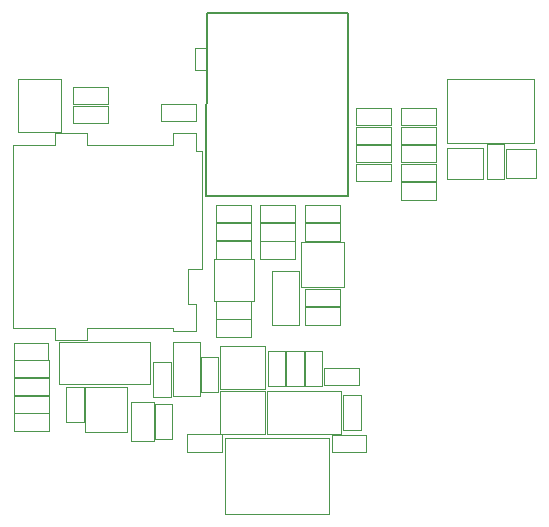
<source format=gbr>
%TF.GenerationSoftware,KiCad,Pcbnew,5.1.5+dfsg1-2~bpo10+1*%
%TF.CreationDate,Date%
%TF.ProjectId,osw,6f73772e-6b69-4636-9164-5f7063625858,1.0*%
%TF.SameCoordinates,Original*%
%TF.FileFunction,Other,User*%
%FSLAX46Y46*%
G04 Gerber Fmt 4.6, Leading zero omitted, Abs format (unit mm)*
G04 Created by KiCad*
%MOMM*%
%LPD*%
G04 APERTURE LIST*
%ADD10C,0.050000*%
%ADD11C,0.150000*%
G04 APERTURE END LIST*
D10*
%TO.C,R3*%
X161563500Y-106584500D02*
X158603500Y-106584500D01*
X161563500Y-105124500D02*
X161563500Y-106584500D01*
X158603500Y-105124500D02*
X161563500Y-105124500D01*
X158603500Y-106584500D02*
X158603500Y-105124500D01*
%TO.C,J1*%
X138090500Y-98933000D02*
X141690500Y-98933000D01*
X138090500Y-94488000D02*
X138090500Y-98933000D01*
X141690500Y-94488000D02*
X138090500Y-94488000D01*
X141690500Y-98933000D02*
X141690500Y-94488000D01*
D11*
%TO.C,U8*%
X154056400Y-88884000D02*
X165994400Y-88884000D01*
X154005600Y-104378000D02*
X165994400Y-104378000D01*
X154005600Y-104378000D02*
X154056400Y-88884000D01*
X165994400Y-104378000D02*
X165994400Y-88884000D01*
D10*
%TO.C,R18*%
X173488800Y-98482400D02*
X173488800Y-99942400D01*
X173488800Y-99942400D02*
X170528800Y-99942400D01*
X170528800Y-99942400D02*
X170528800Y-98482400D01*
X170528800Y-98482400D02*
X173488800Y-98482400D01*
%TO.C,C11*%
X173488800Y-96907600D02*
X173488800Y-98367600D01*
X173488800Y-98367600D02*
X170528800Y-98367600D01*
X170528800Y-98367600D02*
X170528800Y-96907600D01*
X170528800Y-96907600D02*
X173488800Y-96907600D01*
%TO.C,C21*%
X166744100Y-98367600D02*
X166744100Y-96907600D01*
X166744100Y-96907600D02*
X169704100Y-96907600D01*
X169704100Y-96907600D02*
X169704100Y-98367600D01*
X169704100Y-98367600D02*
X166744100Y-98367600D01*
%TO.C,C22*%
X154895100Y-108121200D02*
X154895100Y-106661200D01*
X154895100Y-106661200D02*
X157855100Y-106661200D01*
X157855100Y-106661200D02*
X157855100Y-108121200D01*
X157855100Y-108121200D02*
X154895100Y-108121200D01*
%TO.C,C20*%
X166744100Y-99942400D02*
X166744100Y-98482400D01*
X166744100Y-98482400D02*
X169704100Y-98482400D01*
X169704100Y-98482400D02*
X169704100Y-99942400D01*
X169704100Y-99942400D02*
X166744100Y-99942400D01*
%TO.C,XS1*%
X137700000Y-100050000D02*
X137700000Y-115550000D01*
X137700000Y-100050000D02*
X141200000Y-100050000D01*
X141200000Y-100050000D02*
X141200000Y-99050000D01*
X141200000Y-99050000D02*
X143950000Y-99050000D01*
X143950000Y-99050000D02*
X143950000Y-100050000D01*
X143950000Y-100050000D02*
X151200000Y-100050000D01*
X151200000Y-100050000D02*
X151200000Y-99050000D01*
X151200000Y-99050000D02*
X153200000Y-99050000D01*
X153200000Y-99050000D02*
X153200000Y-100550000D01*
X153200000Y-100550000D02*
X153700000Y-100550000D01*
X153700000Y-100550000D02*
X153700000Y-110550000D01*
X153700000Y-110550000D02*
X152450000Y-110550000D01*
X152450000Y-110550000D02*
X152450000Y-113550000D01*
X152450000Y-113550000D02*
X153200000Y-113550000D01*
X153200000Y-113550000D02*
X153200000Y-115800000D01*
X153200000Y-115800000D02*
X151200000Y-115800000D01*
X151200000Y-115800000D02*
X151200000Y-115550000D01*
X151200000Y-115550000D02*
X143950000Y-115550000D01*
X143950000Y-115550000D02*
X143950000Y-116550000D01*
X143950000Y-116550000D02*
X141200000Y-116550000D01*
X141200000Y-116550000D02*
X141200000Y-115550000D01*
X141200000Y-115550000D02*
X137700000Y-115550000D01*
%TO.C,R5*%
X153073000Y-93693200D02*
X153073000Y-91833200D01*
X154013000Y-93693200D02*
X153073000Y-93693200D01*
X154013000Y-91833200D02*
X154013000Y-93693200D01*
X153073000Y-91833200D02*
X154013000Y-91833200D01*
%TO.C,U13*%
X165668100Y-112047100D02*
X162068100Y-112047100D01*
X165668100Y-108247100D02*
X165668100Y-112047100D01*
X162068100Y-108247100D02*
X165668100Y-108247100D01*
X162068100Y-112047100D02*
X162068100Y-108247100D01*
%TO.C,U12*%
X158999000Y-124482000D02*
X158999000Y-120882000D01*
X158999000Y-120882000D02*
X155199000Y-120882000D01*
X155199000Y-120882000D02*
X155199000Y-124482000D01*
X155199000Y-124482000D02*
X158999000Y-124482000D01*
%TO.C,U10*%
X155199000Y-120672000D02*
X155199000Y-117072000D01*
X158999000Y-120672000D02*
X155199000Y-120672000D01*
X158999000Y-117072000D02*
X158999000Y-120672000D01*
X155199000Y-117072000D02*
X158999000Y-117072000D01*
%TO.C,R22*%
X154895100Y-114814600D02*
X157855100Y-114814600D01*
X154895100Y-116274600D02*
X154895100Y-114814600D01*
X157855100Y-116274600D02*
X154895100Y-116274600D01*
X157855100Y-114814600D02*
X157855100Y-116274600D01*
%TO.C,R21*%
X157855100Y-114750600D02*
X154895100Y-114750600D01*
X157855100Y-113290600D02*
X157855100Y-114750600D01*
X154895100Y-113290600D02*
X157855100Y-113290600D01*
X154895100Y-114750600D02*
X154895100Y-113290600D01*
%TO.C,R20*%
X165335400Y-115258600D02*
X162375400Y-115258600D01*
X165335400Y-113798600D02*
X165335400Y-115258600D01*
X162375400Y-113798600D02*
X165335400Y-113798600D01*
X162375400Y-115258600D02*
X162375400Y-113798600D01*
%TO.C,R12*%
X158611100Y-108197900D02*
X161571100Y-108197900D01*
X158611100Y-109657900D02*
X158611100Y-108197900D01*
X161571100Y-109657900D02*
X158611100Y-109657900D01*
X161571100Y-108197900D02*
X161571100Y-109657900D01*
%TO.C,R2*%
X161571100Y-108133900D02*
X158611100Y-108133900D01*
X161571100Y-106673900D02*
X161571100Y-108133900D01*
X158611100Y-106673900D02*
X161571100Y-106673900D01*
X158611100Y-108133900D02*
X158611100Y-106673900D01*
%TO.C,C19*%
X165322600Y-106559100D02*
X162362600Y-106559100D01*
X165322600Y-105099100D02*
X165322600Y-106559100D01*
X162362600Y-105099100D02*
X165322600Y-105099100D01*
X162362600Y-106559100D02*
X162362600Y-105099100D01*
%TO.C,C18*%
X160814000Y-120479000D02*
X160814000Y-117519000D01*
X162274000Y-120479000D02*
X160814000Y-120479000D01*
X162274000Y-117519000D02*
X162274000Y-120479000D01*
X160814000Y-117519000D02*
X162274000Y-117519000D01*
%TO.C,C17*%
X165322600Y-108146600D02*
X162362600Y-108146600D01*
X165322600Y-106686600D02*
X165322600Y-108146600D01*
X162362600Y-106686600D02*
X165322600Y-106686600D01*
X162362600Y-108146600D02*
X162362600Y-106686600D01*
%TO.C,C16*%
X159226500Y-120479000D02*
X159226500Y-117519000D01*
X160686500Y-120479000D02*
X159226500Y-120479000D01*
X160686500Y-117519000D02*
X160686500Y-120479000D01*
X159226500Y-117519000D02*
X160686500Y-117519000D01*
%TO.C,C15*%
X165335400Y-113683800D02*
X162375400Y-113683800D01*
X165335400Y-112223800D02*
X165335400Y-113683800D01*
X162375400Y-112223800D02*
X165335400Y-112223800D01*
X162375400Y-113683800D02*
X162375400Y-112223800D01*
%TO.C,C14*%
X153600400Y-120961600D02*
X153600400Y-118001600D01*
X155060400Y-120961600D02*
X153600400Y-120961600D01*
X155060400Y-118001600D02*
X155060400Y-120961600D01*
X153600400Y-118001600D02*
X155060400Y-118001600D01*
%TO.C,C6*%
X161851200Y-110750000D02*
X161851200Y-115310000D01*
X159611200Y-110750000D02*
X161851200Y-110750000D01*
X159611200Y-115310000D02*
X159611200Y-110750000D01*
X161851200Y-115310000D02*
X159611200Y-115310000D01*
%TO.C,C5*%
X151229200Y-121279000D02*
X151229200Y-116719000D01*
X153469200Y-121279000D02*
X151229200Y-121279000D01*
X153469200Y-116719000D02*
X153469200Y-121279000D01*
X151229200Y-116719000D02*
X153469200Y-116719000D01*
%TO.C,U2*%
X179450000Y-100350000D02*
X181950000Y-100350000D01*
X179450000Y-102850000D02*
X179450000Y-100350000D01*
X181950000Y-102850000D02*
X179450000Y-102850000D01*
X181950000Y-100350000D02*
X181950000Y-102850000D01*
%TO.C,U9*%
X149290400Y-116750000D02*
X141590400Y-116750000D01*
X149290400Y-120250000D02*
X149290400Y-116750000D01*
X141590400Y-120250000D02*
X149290400Y-120250000D01*
X141590400Y-116750000D02*
X141590400Y-120250000D01*
%TO.C,R19*%
X137712000Y-118268500D02*
X137712000Y-116808500D01*
X137712000Y-116808500D02*
X140672000Y-116808500D01*
X140672000Y-116808500D02*
X140672000Y-118268500D01*
X140672000Y-118268500D02*
X137712000Y-118268500D01*
%TO.C,C13*%
X179230000Y-102930000D02*
X177770000Y-102930000D01*
X177770000Y-102930000D02*
X177770000Y-99970000D01*
X177770000Y-99970000D02*
X179230000Y-99970000D01*
X179230000Y-99970000D02*
X179230000Y-102930000D01*
%TO.C,C12*%
X173488800Y-100057200D02*
X173488800Y-101517200D01*
X173488800Y-101517200D02*
X170528800Y-101517200D01*
X170528800Y-101517200D02*
X170528800Y-100057200D01*
X170528800Y-100057200D02*
X173488800Y-100057200D01*
%TO.C,C10*%
X166744100Y-101517200D02*
X166744100Y-100057200D01*
X166744100Y-100057200D02*
X169704100Y-100057200D01*
X169704100Y-100057200D02*
X169704100Y-101517200D01*
X169704100Y-101517200D02*
X166744100Y-101517200D01*
%TO.C,C9*%
X163861500Y-120479000D02*
X162401500Y-120479000D01*
X162401500Y-120479000D02*
X162401500Y-117519000D01*
X162401500Y-117519000D02*
X163861500Y-117519000D01*
X163861500Y-117519000D02*
X163861500Y-120479000D01*
%TO.C,C8*%
X166961000Y-118904000D02*
X166961000Y-120364000D01*
X166961000Y-120364000D02*
X164001000Y-120364000D01*
X164001000Y-120364000D02*
X164001000Y-118904000D01*
X164001000Y-118904000D02*
X166961000Y-118904000D01*
%TO.C,C7*%
X154882400Y-106571800D02*
X154882400Y-105111800D01*
X154882400Y-105111800D02*
X157842400Y-105111800D01*
X157842400Y-105111800D02*
X157842400Y-106571800D01*
X157842400Y-106571800D02*
X154882400Y-106571800D01*
%TO.C,R17*%
X145670000Y-96729500D02*
X145670000Y-98189500D01*
X145670000Y-98189500D02*
X142710000Y-98189500D01*
X142710000Y-98189500D02*
X142710000Y-96729500D01*
X142710000Y-96729500D02*
X145670000Y-96729500D01*
%TO.C,R16*%
X142710000Y-96589500D02*
X142710000Y-95129500D01*
X142710000Y-95129500D02*
X145670000Y-95129500D01*
X145670000Y-95129500D02*
X145670000Y-96589500D01*
X145670000Y-96589500D02*
X142710000Y-96589500D01*
%TO.C,R7*%
X173514100Y-103092000D02*
X170554100Y-103092000D01*
X173514100Y-101632000D02*
X173514100Y-103092000D01*
X170554100Y-101632000D02*
X173514100Y-101632000D01*
X170554100Y-103092000D02*
X170554100Y-101632000D01*
%TO.C,R6*%
X173514100Y-104666800D02*
X170554100Y-104666800D01*
X173514100Y-103206800D02*
X173514100Y-104666800D01*
X170554100Y-103206800D02*
X173514100Y-103206800D01*
X170554100Y-104666800D02*
X170554100Y-103206800D01*
%TO.C,U3*%
X177500000Y-100300000D02*
X177500000Y-102900000D01*
X174400000Y-100300000D02*
X177500000Y-100300000D01*
X174400000Y-102900000D02*
X174400000Y-100300000D01*
X177500000Y-102900000D02*
X174400000Y-102900000D01*
%TO.C,U1*%
X181800000Y-94500000D02*
X174400000Y-94500000D01*
X181800000Y-99900000D02*
X181800000Y-94500000D01*
X174400000Y-99900000D02*
X181800000Y-99900000D01*
X174400000Y-94500000D02*
X174400000Y-99900000D01*
%TO.C,U6*%
X159156000Y-124532000D02*
X165456000Y-124532000D01*
X159156000Y-120832000D02*
X165456000Y-120832000D01*
X165456000Y-120832000D02*
X165456000Y-124532000D01*
X159156000Y-120832000D02*
X159156000Y-124532000D01*
%TO.C,U11*%
X143750000Y-120550000D02*
X147350000Y-120550000D01*
X143750000Y-124350000D02*
X143750000Y-120550000D01*
X147350000Y-124350000D02*
X143750000Y-124350000D01*
X147350000Y-120550000D02*
X147350000Y-124350000D01*
%TO.C,R11*%
X169704100Y-103092000D02*
X166744100Y-103092000D01*
X169704100Y-101632000D02*
X169704100Y-103092000D01*
X166744100Y-101632000D02*
X169704100Y-101632000D01*
X166744100Y-103092000D02*
X166744100Y-101632000D01*
%TO.C,R10*%
X153168800Y-98012000D02*
X150208800Y-98012000D01*
X153168800Y-96552000D02*
X153168800Y-98012000D01*
X150208800Y-96552000D02*
X153168800Y-96552000D01*
X150208800Y-98012000D02*
X150208800Y-96552000D01*
%TO.C,R14*%
X137720000Y-119770000D02*
X140680000Y-119770000D01*
X137720000Y-121230000D02*
X137720000Y-119770000D01*
X140680000Y-121230000D02*
X137720000Y-121230000D01*
X140680000Y-119770000D02*
X140680000Y-121230000D01*
%TO.C,R4*%
X165640000Y-124162000D02*
X165640000Y-121202000D01*
X167100000Y-124162000D02*
X165640000Y-124162000D01*
X167100000Y-121202000D02*
X167100000Y-124162000D01*
X165640000Y-121202000D02*
X167100000Y-121202000D01*
%TO.C,R15*%
X137720000Y-121270000D02*
X140680000Y-121270000D01*
X137720000Y-122730000D02*
X137720000Y-121270000D01*
X140680000Y-122730000D02*
X137720000Y-122730000D01*
X140680000Y-121270000D02*
X140680000Y-122730000D01*
%TO.C,R13*%
X151148800Y-121938500D02*
X151148800Y-124898500D01*
X149688800Y-121938500D02*
X151148800Y-121938500D01*
X149688800Y-124898500D02*
X149688800Y-121938500D01*
X151148800Y-124898500D02*
X149688800Y-124898500D01*
%TO.C,R1*%
X154895100Y-108210600D02*
X157855100Y-108210600D01*
X154895100Y-109670600D02*
X154895100Y-108210600D01*
X157855100Y-109670600D02*
X154895100Y-109670600D01*
X157855100Y-108210600D02*
X157855100Y-109670600D01*
%TO.C,Q1*%
X158075100Y-109730600D02*
X158075100Y-113230600D01*
X154675100Y-109730600D02*
X158075100Y-109730600D01*
X154675100Y-113230600D02*
X154675100Y-109730600D01*
X158075100Y-113230600D02*
X154675100Y-113230600D01*
%TO.C,D1*%
X147690800Y-125147100D02*
X147690800Y-121787100D01*
X149590800Y-125147100D02*
X147690800Y-125147100D01*
X149590800Y-121787100D02*
X149590800Y-125147100D01*
X147690800Y-121787100D02*
X149590800Y-121787100D01*
%TO.C,C4*%
X137720000Y-118270000D02*
X140680000Y-118270000D01*
X137720000Y-119730000D02*
X137720000Y-118270000D01*
X140680000Y-119730000D02*
X137720000Y-119730000D01*
X140680000Y-118270000D02*
X140680000Y-119730000D01*
%TO.C,C3*%
X151021800Y-118433400D02*
X151021800Y-121393400D01*
X149561800Y-118433400D02*
X151021800Y-118433400D01*
X149561800Y-121393400D02*
X149561800Y-118433400D01*
X151021800Y-121393400D02*
X149561800Y-121393400D01*
%TO.C,C2*%
X142195800Y-123501600D02*
X142195800Y-120541600D01*
X143655800Y-123501600D02*
X142195800Y-123501600D01*
X143655800Y-120541600D02*
X143655800Y-123501600D01*
X142195800Y-120541600D02*
X143655800Y-120541600D01*
%TO.C,C1*%
X140680000Y-124230000D02*
X137720000Y-124230000D01*
X140680000Y-122770000D02*
X140680000Y-124230000D01*
X137720000Y-122770000D02*
X140680000Y-122770000D01*
X137720000Y-124230000D02*
X137720000Y-122770000D01*
%TO.C,R9*%
X152418500Y-124555500D02*
X155378500Y-124555500D01*
X152418500Y-126015500D02*
X152418500Y-124555500D01*
X155378500Y-126015500D02*
X152418500Y-126015500D01*
X155378500Y-124555500D02*
X155378500Y-126015500D01*
%TO.C,R8*%
X167596000Y-126079000D02*
X164636000Y-126079000D01*
X167596000Y-124619000D02*
X167596000Y-126079000D01*
X164636000Y-124619000D02*
X167596000Y-124619000D01*
X164636000Y-126079000D02*
X164636000Y-124619000D01*
%TO.C,U5*%
X164381500Y-124817000D02*
X155618500Y-124817000D01*
X164381500Y-131294000D02*
X164381500Y-124817000D01*
X155618500Y-131294000D02*
X164381500Y-131300000D01*
X155618500Y-124817000D02*
X155618500Y-131294000D01*
%TD*%
M02*

</source>
